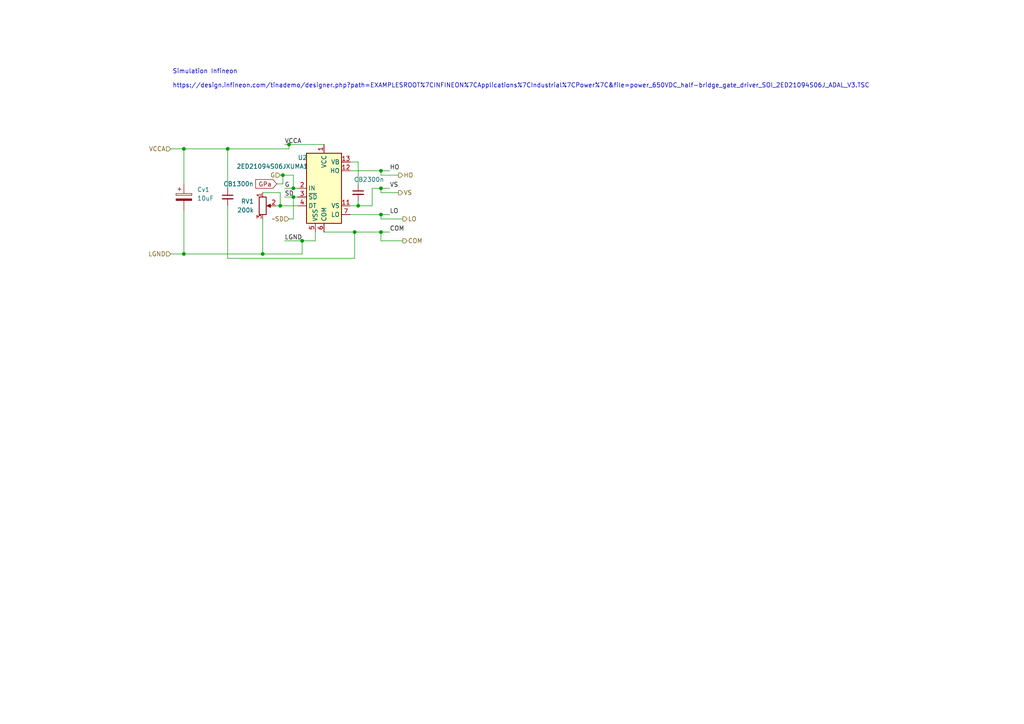
<source format=kicad_sch>
(kicad_sch (version 20211123) (generator eeschema)

  (uuid f2e25a2f-26ab-4a80-97f7-cc541a688707)

  (paper "A4")

  (title_block
    (title "Driver_board 3 phase inverter 6 Channel")
    (date "2022-09-01")
    (rev "2")
    (company "Designed By - Yawar Badri")
    (comment 3 "600V | 1200V | 600V")
  )

  (lib_symbols
    (symbol "Device:C_Polarized" (pin_numbers hide) (pin_names (offset 0.254)) (in_bom yes) (on_board yes)
      (property "Reference" "C" (id 0) (at 0.635 2.54 0)
        (effects (font (size 1.27 1.27)) (justify left))
      )
      (property "Value" "C_Polarized" (id 1) (at 0.635 -2.54 0)
        (effects (font (size 1.27 1.27)) (justify left))
      )
      (property "Footprint" "" (id 2) (at 0.9652 -3.81 0)
        (effects (font (size 1.27 1.27)) hide)
      )
      (property "Datasheet" "~" (id 3) (at 0 0 0)
        (effects (font (size 1.27 1.27)) hide)
      )
      (property "ki_keywords" "cap capacitor" (id 4) (at 0 0 0)
        (effects (font (size 1.27 1.27)) hide)
      )
      (property "ki_description" "Polarized capacitor" (id 5) (at 0 0 0)
        (effects (font (size 1.27 1.27)) hide)
      )
      (property "ki_fp_filters" "CP_*" (id 6) (at 0 0 0)
        (effects (font (size 1.27 1.27)) hide)
      )
      (symbol "C_Polarized_0_1"
        (rectangle (start -2.286 0.508) (end 2.286 1.016)
          (stroke (width 0) (type default) (color 0 0 0 0))
          (fill (type none))
        )
        (polyline
          (pts
            (xy -1.778 2.286)
            (xy -0.762 2.286)
          )
          (stroke (width 0) (type default) (color 0 0 0 0))
          (fill (type none))
        )
        (polyline
          (pts
            (xy -1.27 2.794)
            (xy -1.27 1.778)
          )
          (stroke (width 0) (type default) (color 0 0 0 0))
          (fill (type none))
        )
        (rectangle (start 2.286 -0.508) (end -2.286 -1.016)
          (stroke (width 0) (type default) (color 0 0 0 0))
          (fill (type outline))
        )
      )
      (symbol "C_Polarized_1_1"
        (pin passive line (at 0 3.81 270) (length 2.794)
          (name "~" (effects (font (size 1.27 1.27))))
          (number "1" (effects (font (size 1.27 1.27))))
        )
        (pin passive line (at 0 -3.81 90) (length 2.794)
          (name "~" (effects (font (size 1.27 1.27))))
          (number "2" (effects (font (size 1.27 1.27))))
        )
      )
    )
    (symbol "Device:C_Small" (pin_numbers hide) (pin_names (offset 0.254) hide) (in_bom yes) (on_board yes)
      (property "Reference" "C" (id 0) (at 0.254 1.778 0)
        (effects (font (size 1.27 1.27)) (justify left))
      )
      (property "Value" "C_Small" (id 1) (at 0.254 -2.032 0)
        (effects (font (size 1.27 1.27)) (justify left))
      )
      (property "Footprint" "" (id 2) (at 0 0 0)
        (effects (font (size 1.27 1.27)) hide)
      )
      (property "Datasheet" "~" (id 3) (at 0 0 0)
        (effects (font (size 1.27 1.27)) hide)
      )
      (property "ki_keywords" "capacitor cap" (id 4) (at 0 0 0)
        (effects (font (size 1.27 1.27)) hide)
      )
      (property "ki_description" "Unpolarized capacitor, small symbol" (id 5) (at 0 0 0)
        (effects (font (size 1.27 1.27)) hide)
      )
      (property "ki_fp_filters" "C_*" (id 6) (at 0 0 0)
        (effects (font (size 1.27 1.27)) hide)
      )
      (symbol "C_Small_0_1"
        (polyline
          (pts
            (xy -1.524 -0.508)
            (xy 1.524 -0.508)
          )
          (stroke (width 0.3302) (type default) (color 0 0 0 0))
          (fill (type none))
        )
        (polyline
          (pts
            (xy -1.524 0.508)
            (xy 1.524 0.508)
          )
          (stroke (width 0.3048) (type default) (color 0 0 0 0))
          (fill (type none))
        )
      )
      (symbol "C_Small_1_1"
        (pin passive line (at 0 2.54 270) (length 2.032)
          (name "~" (effects (font (size 1.27 1.27))))
          (number "1" (effects (font (size 1.27 1.27))))
        )
        (pin passive line (at 0 -2.54 90) (length 2.032)
          (name "~" (effects (font (size 1.27 1.27))))
          (number "2" (effects (font (size 1.27 1.27))))
        )
      )
    )
    (symbol "Device:R_Potentiometer" (pin_names (offset 1.016) hide) (in_bom yes) (on_board yes)
      (property "Reference" "RV" (id 0) (at -4.445 0 90)
        (effects (font (size 1.27 1.27)))
      )
      (property "Value" "R_Potentiometer" (id 1) (at -2.54 0 90)
        (effects (font (size 1.27 1.27)))
      )
      (property "Footprint" "" (id 2) (at 0 0 0)
        (effects (font (size 1.27 1.27)) hide)
      )
      (property "Datasheet" "~" (id 3) (at 0 0 0)
        (effects (font (size 1.27 1.27)) hide)
      )
      (property "ki_keywords" "resistor variable" (id 4) (at 0 0 0)
        (effects (font (size 1.27 1.27)) hide)
      )
      (property "ki_description" "Potentiometer" (id 5) (at 0 0 0)
        (effects (font (size 1.27 1.27)) hide)
      )
      (property "ki_fp_filters" "Potentiometer*" (id 6) (at 0 0 0)
        (effects (font (size 1.27 1.27)) hide)
      )
      (symbol "R_Potentiometer_0_1"
        (polyline
          (pts
            (xy 2.54 0)
            (xy 1.524 0)
          )
          (stroke (width 0) (type default) (color 0 0 0 0))
          (fill (type none))
        )
        (polyline
          (pts
            (xy 1.143 0)
            (xy 2.286 0.508)
            (xy 2.286 -0.508)
            (xy 1.143 0)
          )
          (stroke (width 0) (type default) (color 0 0 0 0))
          (fill (type outline))
        )
        (rectangle (start 1.016 2.54) (end -1.016 -2.54)
          (stroke (width 0.254) (type default) (color 0 0 0 0))
          (fill (type none))
        )
      )
      (symbol "R_Potentiometer_1_1"
        (pin passive line (at 0 3.81 270) (length 1.27)
          (name "1" (effects (font (size 1.27 1.27))))
          (number "1" (effects (font (size 1.27 1.27))))
        )
        (pin passive line (at 3.81 0 180) (length 1.27)
          (name "2" (effects (font (size 1.27 1.27))))
          (number "2" (effects (font (size 1.27 1.27))))
        )
        (pin passive line (at 0 -3.81 90) (length 1.27)
          (name "3" (effects (font (size 1.27 1.27))))
          (number "3" (effects (font (size 1.27 1.27))))
        )
      )
    )
    (symbol "Driver_FET:IR21094" (in_bom yes) (on_board yes)
      (property "Reference" "U" (id 0) (at 1.27 13.97 0)
        (effects (font (size 1.27 1.27)) (justify left))
      )
      (property "Value" "IR21094" (id 1) (at 1.27 11.43 0)
        (effects (font (size 1.27 1.27)) (justify left))
      )
      (property "Footprint" "" (id 2) (at 0 0 0)
        (effects (font (size 1.27 1.27) italic) hide)
      )
      (property "Datasheet" "https://www.infineon.com/dgdl/ir2109.pdf?fileId=5546d462533600a4015355c7e85b1679" (id 3) (at 0 0 0)
        (effects (font (size 1.27 1.27)) hide)
      )
      (property "ki_keywords" "Gate Driver" (id 4) (at 0 0 0)
        (effects (font (size 1.27 1.27)) hide)
      )
      (property "ki_description" "Half-Bridge Driver, 600V, 200/350mA, PDIP-14/SOIC-14" (id 5) (at 0 0 0)
        (effects (font (size 1.27 1.27)) hide)
      )
      (property "ki_fp_filters" "SOIC*3.9x8.7mm*P1.27mm* DIP*W7.62mm*" (id 6) (at 0 0 0)
        (effects (font (size 1.27 1.27)) hide)
      )
      (symbol "IR21094_0_1"
        (rectangle (start -5.08 -10.16) (end 5.08 10.16)
          (stroke (width 0.254) (type default) (color 0 0 0 0))
          (fill (type background))
        )
      )
      (symbol "IR21094_1_1"
        (pin power_in line (at 0 12.7 270) (length 2.54)
          (name "VCC" (effects (font (size 1.27 1.27))))
          (number "1" (effects (font (size 1.27 1.27))))
        )
        (pin no_connect line (at -5.08 2.54 0) (length 2.54) hide
          (name "NC" (effects (font (size 1.27 1.27))))
          (number "10" (effects (font (size 1.27 1.27))))
        )
        (pin passive line (at 7.62 -5.08 180) (length 2.54)
          (name "VS" (effects (font (size 1.27 1.27))))
          (number "11" (effects (font (size 1.27 1.27))))
        )
        (pin output line (at 7.62 5.08 180) (length 2.54)
          (name "HO" (effects (font (size 1.27 1.27))))
          (number "12" (effects (font (size 1.27 1.27))))
        )
        (pin passive line (at 7.62 7.62 180) (length 2.54)
          (name "VB" (effects (font (size 1.27 1.27))))
          (number "13" (effects (font (size 1.27 1.27))))
        )
        (pin no_connect line (at 5.08 2.54 180) (length 2.54) hide
          (name "NC" (effects (font (size 1.27 1.27))))
          (number "14" (effects (font (size 1.27 1.27))))
        )
        (pin input line (at -7.62 0 0) (length 2.54)
          (name "IN" (effects (font (size 1.27 1.27))))
          (number "2" (effects (font (size 1.27 1.27))))
        )
        (pin input line (at -7.62 -2.54 0) (length 2.54)
          (name "~{SD}" (effects (font (size 1.27 1.27))))
          (number "3" (effects (font (size 1.27 1.27))))
        )
        (pin input line (at -7.62 -5.08 0) (length 2.54)
          (name "DT" (effects (font (size 1.27 1.27))))
          (number "4" (effects (font (size 1.27 1.27))))
        )
        (pin power_in line (at -2.54 -12.7 90) (length 2.54)
          (name "VSS" (effects (font (size 1.27 1.27))))
          (number "5" (effects (font (size 1.27 1.27))))
        )
        (pin power_in line (at 0 -12.7 90) (length 2.54)
          (name "COM" (effects (font (size 1.27 1.27))))
          (number "6" (effects (font (size 1.27 1.27))))
        )
        (pin output line (at 7.62 -7.62 180) (length 2.54)
          (name "LO" (effects (font (size 1.27 1.27))))
          (number "7" (effects (font (size 1.27 1.27))))
        )
        (pin no_connect line (at -5.08 7.62 0) (length 2.54) hide
          (name "NC" (effects (font (size 1.27 1.27))))
          (number "8" (effects (font (size 1.27 1.27))))
        )
        (pin no_connect line (at -5.08 5.08 0) (length 2.54) hide
          (name "NC" (effects (font (size 1.27 1.27))))
          (number "9" (effects (font (size 1.27 1.27))))
        )
      )
    )
  )

  (junction (at 53.34 73.66) (diameter 0) (color 0 0 0 0)
    (uuid 13ad0646-6752-498d-8217-3e9d7ea8abc5)
  )
  (junction (at 81.28 59.69) (diameter 0) (color 0 0 0 0)
    (uuid 1ad11571-1100-4b9d-90f8-8e8fd499f955)
  )
  (junction (at 103.886 59.69) (diameter 0) (color 0 0 0 0)
    (uuid 2fff460b-46ca-4517-8ba4-184fc49d9675)
  )
  (junction (at 110.49 54.61) (diameter 0) (color 0 0 0 0)
    (uuid 352dba98-21a1-44ca-8543-42ee45c28af9)
  )
  (junction (at 110.49 49.53) (diameter 0) (color 0 0 0 0)
    (uuid 36053f93-f0ea-4fdb-943a-99c5fa977e0f)
  )
  (junction (at 83.82 41.91) (diameter 0) (color 0 0 0 0)
    (uuid 4f6ac24b-3c9c-4ea8-9754-c883b853c3a4)
  )
  (junction (at 85.09 54.61) (diameter 0) (color 0 0 0 0)
    (uuid 7d35ed4e-9b4f-4e13-9c2d-fa6bbb6b0e56)
  )
  (junction (at 76.2 73.66) (diameter 0) (color 0 0 0 0)
    (uuid 997399fd-295e-45f7-b355-4cbad21dc3a8)
  )
  (junction (at 110.49 67.31) (diameter 0) (color 0 0 0 0)
    (uuid a2623c01-0ba0-4cc9-b154-b24b8c9b1cb8)
  )
  (junction (at 53.34 43.18) (diameter 0) (color 0 0 0 0)
    (uuid aed428b2-c571-4bf2-b4cc-f91c49e9847a)
  )
  (junction (at 82.042 50.8) (diameter 0) (color 0 0 0 0)
    (uuid b83c0b65-9035-44f4-9939-bf63baaf6b52)
  )
  (junction (at 102.87 67.31) (diameter 0) (color 0 0 0 0)
    (uuid b9d56d2c-61a5-45f7-8335-a234be5cd865)
  )
  (junction (at 87.63 69.85) (diameter 0) (color 0 0 0 0)
    (uuid c4dc5d82-b8ec-4a86-826f-a76429195f5d)
  )
  (junction (at 110.49 62.23) (diameter 0) (color 0 0 0 0)
    (uuid d67adf12-b566-4ec0-9f6f-99b8a0886159)
  )
  (junction (at 85.09 57.15) (diameter 0) (color 0 0 0 0)
    (uuid ddb5dbcb-5090-4c5e-b5b6-a84e342a4255)
  )
  (junction (at 66.04 43.18) (diameter 0) (color 0 0 0 0)
    (uuid f6e307df-dda4-4d95-be58-8037c949508a)
  )

  (wire (pts (xy 83.82 63.5) (xy 85.09 63.5))
    (stroke (width 0) (type default) (color 0 0 0 0))
    (uuid 00a2b517-a8ec-4ec7-ad9e-e094955e6d40)
  )
  (wire (pts (xy 66.04 74.93) (xy 102.87 74.93))
    (stroke (width 0) (type default) (color 0 0 0 0))
    (uuid 047a3c94-8ee0-4ad2-a891-ef506d026edd)
  )
  (wire (pts (xy 87.63 73.66) (xy 87.63 69.85))
    (stroke (width 0) (type default) (color 0 0 0 0))
    (uuid 05d6e0ba-7e92-438e-a226-d3ea49f635b1)
  )
  (wire (pts (xy 110.49 63.5) (xy 110.49 62.23))
    (stroke (width 0) (type default) (color 0 0 0 0))
    (uuid 090e0038-be81-48e1-b8ce-d30b1d849003)
  )
  (wire (pts (xy 103.886 46.99) (xy 103.886 53.34))
    (stroke (width 0) (type default) (color 0 0 0 0))
    (uuid 09a32a2d-0782-4088-a13b-40c7310c7aa7)
  )
  (wire (pts (xy 85.09 63.5) (xy 85.09 57.15))
    (stroke (width 0) (type default) (color 0 0 0 0))
    (uuid 10a58d08-a5b7-4fcc-99d3-f1d148c66961)
  )
  (wire (pts (xy 102.87 67.31) (xy 110.49 67.31))
    (stroke (width 0) (type default) (color 0 0 0 0))
    (uuid 13109852-4976-4338-b08a-1bac8944fbac)
  )
  (wire (pts (xy 49.53 73.66) (xy 53.34 73.66))
    (stroke (width 0) (type default) (color 0 0 0 0))
    (uuid 192c8f92-6917-48e5-b001-d3c5eafe2bb9)
  )
  (wire (pts (xy 53.34 43.18) (xy 66.04 43.18))
    (stroke (width 0) (type default) (color 0 0 0 0))
    (uuid 1a5b8e2b-52f5-4b7f-94fd-53b8f7b67fcc)
  )
  (wire (pts (xy 101.6 46.99) (xy 103.886 46.99))
    (stroke (width 0) (type default) (color 0 0 0 0))
    (uuid 1d6f32a7-ddf3-45d0-a521-3fad494055ca)
  )
  (wire (pts (xy 116.84 63.5) (xy 110.49 63.5))
    (stroke (width 0) (type default) (color 0 0 0 0))
    (uuid 1da520b3-fcee-469a-8cad-a9e17863f198)
  )
  (wire (pts (xy 110.49 50.8) (xy 110.49 49.53))
    (stroke (width 0) (type default) (color 0 0 0 0))
    (uuid 1eb0e32a-b4e4-45a5-9ee2-1343e8150f2a)
  )
  (wire (pts (xy 116.84 69.85) (xy 110.49 69.85))
    (stroke (width 0) (type default) (color 0 0 0 0))
    (uuid 21785d01-7b85-4f60-8638-d0fc249190d9)
  )
  (wire (pts (xy 115.57 50.8) (xy 110.49 50.8))
    (stroke (width 0) (type default) (color 0 0 0 0))
    (uuid 2c5b27e7-5770-4a6f-bf1c-e1d4108e80bf)
  )
  (wire (pts (xy 53.34 53.34) (xy 53.34 43.18))
    (stroke (width 0) (type default) (color 0 0 0 0))
    (uuid 2f4ff540-4e53-4fa2-96ca-149e938ebf89)
  )
  (wire (pts (xy 66.04 59.69) (xy 66.04 74.93))
    (stroke (width 0) (type default) (color 0 0 0 0))
    (uuid 319252bc-4c48-4462-bc9c-dccaf9f61817)
  )
  (wire (pts (xy 110.49 54.61) (xy 113.03 54.61))
    (stroke (width 0) (type default) (color 0 0 0 0))
    (uuid 33b80eca-0ff9-43d6-b375-4ffaa4b5cc62)
  )
  (wire (pts (xy 80.01 59.69) (xy 81.28 59.69))
    (stroke (width 0) (type default) (color 0 0 0 0))
    (uuid 38b007e2-bb08-4855-8a46-9aab780faa52)
  )
  (wire (pts (xy 53.34 73.66) (xy 76.2 73.66))
    (stroke (width 0) (type default) (color 0 0 0 0))
    (uuid 3ce5066d-1e59-4c1a-86f9-919336f87d7f)
  )
  (wire (pts (xy 81.28 50.8) (xy 82.042 50.8))
    (stroke (width 0) (type default) (color 0 0 0 0))
    (uuid 4e000f0d-4721-48f7-8539-a24b8503aee9)
  )
  (wire (pts (xy 83.82 43.18) (xy 83.82 41.91))
    (stroke (width 0) (type default) (color 0 0 0 0))
    (uuid 4f3fc351-a2e5-4e9a-a032-4d8b5282d657)
  )
  (wire (pts (xy 82.042 53.34) (xy 82.042 50.8))
    (stroke (width 0) (type default) (color 0 0 0 0))
    (uuid 52b7a00f-cb87-403c-b62f-10114bf273fa)
  )
  (wire (pts (xy 85.09 54.61) (xy 86.36 54.61))
    (stroke (width 0) (type default) (color 0 0 0 0))
    (uuid 5307530a-9800-463b-8cec-0cc697c5f06a)
  )
  (wire (pts (xy 103.886 59.69) (xy 107.95 59.69))
    (stroke (width 0) (type default) (color 0 0 0 0))
    (uuid 537343b3-e81d-40f5-9597-c2d31637083d)
  )
  (wire (pts (xy 93.98 67.31) (xy 102.87 67.31))
    (stroke (width 0) (type default) (color 0 0 0 0))
    (uuid 5df3e23a-bf25-4ee1-8199-7d30996eecaf)
  )
  (wire (pts (xy 76.2 63.5) (xy 76.2 73.66))
    (stroke (width 0) (type default) (color 0 0 0 0))
    (uuid 62cc65bd-1ded-4338-92e2-445dde5a81c7)
  )
  (wire (pts (xy 87.63 69.85) (xy 91.44 69.85))
    (stroke (width 0) (type default) (color 0 0 0 0))
    (uuid 7728e0c0-7d79-4125-a90e-18fac883d57c)
  )
  (wire (pts (xy 85.09 57.15) (xy 82.55 57.15))
    (stroke (width 0) (type default) (color 0 0 0 0))
    (uuid 7847a0c0-802b-40db-8cbb-ce9858ae1430)
  )
  (wire (pts (xy 80.264 53.34) (xy 82.042 53.34))
    (stroke (width 0) (type default) (color 0 0 0 0))
    (uuid 7a5ac266-f448-470f-a33f-70cf47e41242)
  )
  (wire (pts (xy 66.04 43.18) (xy 83.82 43.18))
    (stroke (width 0) (type default) (color 0 0 0 0))
    (uuid 82820871-b925-43a4-a4f1-25daaaddfc60)
  )
  (wire (pts (xy 82.55 69.85) (xy 87.63 69.85))
    (stroke (width 0) (type default) (color 0 0 0 0))
    (uuid 850c5a54-03fb-4815-b22a-042d53bbd5b3)
  )
  (wire (pts (xy 110.49 55.88) (xy 110.49 54.61))
    (stroke (width 0) (type default) (color 0 0 0 0))
    (uuid 8ca294bd-ad97-4422-b9c2-a661437d4afc)
  )
  (wire (pts (xy 110.49 69.85) (xy 110.49 67.31))
    (stroke (width 0) (type default) (color 0 0 0 0))
    (uuid 91f792eb-0547-45e0-9535-69791f0227d9)
  )
  (wire (pts (xy 91.44 67.31) (xy 91.44 69.85))
    (stroke (width 0) (type default) (color 0 0 0 0))
    (uuid 96455191-f411-4b68-b98b-9ce64e1716cf)
  )
  (wire (pts (xy 86.36 57.15) (xy 85.09 57.15))
    (stroke (width 0) (type default) (color 0 0 0 0))
    (uuid 993f1204-acd8-427c-91c0-4d5573b1a10c)
  )
  (wire (pts (xy 81.28 55.88) (xy 81.28 59.69))
    (stroke (width 0) (type default) (color 0 0 0 0))
    (uuid 9b67eaf0-5e6d-4518-8933-700e16dc170c)
  )
  (wire (pts (xy 110.49 62.23) (xy 113.03 62.23))
    (stroke (width 0) (type default) (color 0 0 0 0))
    (uuid a37f2ebe-87ee-4a71-ae75-07325a8a3525)
  )
  (wire (pts (xy 110.49 67.31) (xy 113.03 67.31))
    (stroke (width 0) (type default) (color 0 0 0 0))
    (uuid a46bee34-591e-4d0f-9e12-0a85b31c884b)
  )
  (wire (pts (xy 83.82 41.91) (xy 93.98 41.91))
    (stroke (width 0) (type default) (color 0 0 0 0))
    (uuid b29a1691-569c-43b1-be20-2b717ec4dd4f)
  )
  (wire (pts (xy 107.95 59.69) (xy 107.95 54.61))
    (stroke (width 0) (type default) (color 0 0 0 0))
    (uuid b5828fc9-fff8-4e25-8bfd-606faaba665f)
  )
  (wire (pts (xy 66.04 54.61) (xy 66.04 43.18))
    (stroke (width 0) (type default) (color 0 0 0 0))
    (uuid b77f7bd6-931f-42b7-92b3-ded0bed740b9)
  )
  (wire (pts (xy 101.6 59.69) (xy 103.886 59.69))
    (stroke (width 0) (type default) (color 0 0 0 0))
    (uuid bb8908af-c1a9-4cd6-a5c7-939d89537f6b)
  )
  (wire (pts (xy 49.53 43.18) (xy 53.34 43.18))
    (stroke (width 0) (type default) (color 0 0 0 0))
    (uuid ca35189e-7f62-41fd-b7a8-bdc16f291640)
  )
  (wire (pts (xy 115.57 55.88) (xy 110.49 55.88))
    (stroke (width 0) (type default) (color 0 0 0 0))
    (uuid cb74d270-0e65-4feb-b249-6e6979ca2a2f)
  )
  (wire (pts (xy 82.55 54.61) (xy 85.09 54.61))
    (stroke (width 0) (type default) (color 0 0 0 0))
    (uuid cb9daacc-cdf2-46a3-8880-e75e0332dc7b)
  )
  (wire (pts (xy 107.95 54.61) (xy 110.49 54.61))
    (stroke (width 0) (type default) (color 0 0 0 0))
    (uuid d9aba136-62bf-494c-8eb6-74d3a2e6bf75)
  )
  (wire (pts (xy 53.34 60.96) (xy 53.34 73.66))
    (stroke (width 0) (type default) (color 0 0 0 0))
    (uuid e00a7755-1339-4d0e-aa98-d26c0bbf690b)
  )
  (wire (pts (xy 76.2 55.88) (xy 81.28 55.88))
    (stroke (width 0) (type default) (color 0 0 0 0))
    (uuid e3414ca8-5f45-43d5-82ef-a5a75a6ecd8e)
  )
  (wire (pts (xy 81.28 59.69) (xy 86.36 59.69))
    (stroke (width 0) (type default) (color 0 0 0 0))
    (uuid e38b45b2-6f46-4b92-89bf-fc86b6a1ad18)
  )
  (wire (pts (xy 82.55 41.91) (xy 83.82 41.91))
    (stroke (width 0) (type default) (color 0 0 0 0))
    (uuid e3e2e4d7-1bdd-43b4-8f7c-65635039b2be)
  )
  (wire (pts (xy 102.87 74.93) (xy 102.87 67.31))
    (stroke (width 0) (type default) (color 0 0 0 0))
    (uuid e502d5d2-0416-4e48-a1cf-c60e27baf7b4)
  )
  (wire (pts (xy 85.09 50.8) (xy 85.09 54.61))
    (stroke (width 0) (type default) (color 0 0 0 0))
    (uuid f2874e5e-4499-4115-bf64-2030dabca0c8)
  )
  (wire (pts (xy 82.042 50.8) (xy 85.09 50.8))
    (stroke (width 0) (type default) (color 0 0 0 0))
    (uuid f3809b97-e1da-4ef0-9637-e31738157da5)
  )
  (wire (pts (xy 103.886 58.42) (xy 103.886 59.69))
    (stroke (width 0) (type default) (color 0 0 0 0))
    (uuid f5aecf47-78cb-4e05-8696-d3fccac6f6b3)
  )
  (wire (pts (xy 101.6 62.23) (xy 110.49 62.23))
    (stroke (width 0) (type default) (color 0 0 0 0))
    (uuid f7e8541c-ab90-4c31-988e-e831c563a529)
  )
  (wire (pts (xy 76.2 73.66) (xy 87.63 73.66))
    (stroke (width 0) (type default) (color 0 0 0 0))
    (uuid fad45f37-f352-402d-975a-b3654b65bcde)
  )
  (wire (pts (xy 110.49 49.53) (xy 113.03 49.53))
    (stroke (width 0) (type default) (color 0 0 0 0))
    (uuid fcc4840a-9cb4-4d34-8341-d678a3a1cfaa)
  )
  (wire (pts (xy 101.6 49.53) (xy 110.49 49.53))
    (stroke (width 0) (type default) (color 0 0 0 0))
    (uuid fd9f55c9-5341-4698-a186-9f1f9857fbac)
  )

  (text "Simulation Infineon\n\nhttps://design.infineon.com/tinademo/designer.php?path=EXAMPLESROOT%7CINFINEON%7CApplications%7CIndustrial%7CPower%7C&file=power_650VDC_half-bridge_gate_driver_SOI_2ED21094S06J_ADAL_V3.TSC"
    (at 50.038 25.654 0)
    (effects (font (size 1.27 1.27)) (justify left bottom))
    (uuid a7238158-65ba-455c-8135-52c51fb0ba0f)
  )

  (label "SD" (at 82.55 57.15 0)
    (effects (font (size 1.27 1.27)) (justify left bottom))
    (uuid 6e6b4546-91cd-46f1-aadb-8a5dcf1a5504)
  )
  (label "VCCA" (at 82.55 41.91 0)
    (effects (font (size 1.27 1.27)) (justify left bottom))
    (uuid 8040e6cc-3a1f-4920-a27b-ec8d9f200df7)
  )
  (label "COM" (at 113.03 67.31 0)
    (effects (font (size 1.27 1.27)) (justify left bottom))
    (uuid 889f65ce-5c5b-4b07-abff-c0ebe7463fb9)
  )
  (label "LO" (at 113.03 62.23 0)
    (effects (font (size 1.27 1.27)) (justify left bottom))
    (uuid aa786a45-6caa-414a-ad80-8f5b4928652f)
  )
  (label "HO" (at 113.03 49.53 0)
    (effects (font (size 1.27 1.27)) (justify left bottom))
    (uuid c6099708-ad18-4ca0-8362-0511d6cf6394)
  )
  (label "LGND" (at 82.55 69.85 0)
    (effects (font (size 1.27 1.27)) (justify left bottom))
    (uuid f4522eb5-1274-4565-af85-702ae87884ee)
  )
  (label "G" (at 82.55 54.61 0)
    (effects (font (size 1.27 1.27)) (justify left bottom))
    (uuid f4c99ecf-5d00-4a0a-b22e-fe23b4653277)
  )
  (label "VS" (at 113.03 54.61 0)
    (effects (font (size 1.27 1.27)) (justify left bottom))
    (uuid ff80cb9c-8edf-4865-a8c9-f6eb5a41c382)
  )

  (global_label "GPa" (shape input) (at 80.264 53.34 180) (fields_autoplaced)
    (effects (font (size 1.27 1.27)) (justify right))
    (uuid 3ee30c36-b333-4c44-9577-8c8f69acc917)
    (property "Intersheet References" "${INTERSHEET_REFS}" (id 0) (at 74.1619 53.2606 0)
      (effects (font (size 1.27 1.27)) (justify right) hide)
    )
  )

  (hierarchical_label "VCCA" (shape input) (at 49.53 43.18 180)
    (effects (font (size 1.27 1.27)) (justify right))
    (uuid 258d5a55-de16-4c31-9102-8eb4678be1b7)
  )
  (hierarchical_label "COM" (shape output) (at 116.84 69.85 0)
    (effects (font (size 1.27 1.27)) (justify left))
    (uuid 47911742-c092-416b-a1b8-d6a6e2de647e)
  )
  (hierarchical_label "HO" (shape output) (at 115.57 50.8 0)
    (effects (font (size 1.27 1.27)) (justify left))
    (uuid 796cd76b-bab0-4bf5-967a-a7a3ee7c7f4d)
  )
  (hierarchical_label "LO" (shape output) (at 116.84 63.5 0)
    (effects (font (size 1.27 1.27)) (justify left))
    (uuid 91f053f1-6d6d-4b46-98fb-23a068488325)
  )
  (hierarchical_label "~SD" (shape input) (at 83.82 63.5 180)
    (effects (font (size 1.27 1.27)) (justify right))
    (uuid 93ed370a-3fb6-43f3-a785-1461db0f7c8a)
  )
  (hierarchical_label "G" (shape input) (at 81.28 50.8 180)
    (effects (font (size 1.27 1.27)) (justify right))
    (uuid a01b6225-5657-452f-8ede-10676b9fe61c)
  )
  (hierarchical_label "LGND" (shape input) (at 49.53 73.66 180)
    (effects (font (size 1.27 1.27)) (justify right))
    (uuid c32ed7d1-f738-40eb-98b6-2dd5e9dafe10)
  )
  (hierarchical_label "VS" (shape output) (at 115.57 55.88 0)
    (effects (font (size 1.27 1.27)) (justify left))
    (uuid d9c45d8e-c9ab-4e97-b22e-5ed5a752ce7b)
  )

  (symbol (lib_id "Device:C_Small") (at 103.886 55.88 0) (unit 1)
    (in_bom yes) (on_board yes)
    (uuid 516b1113-e3d2-4e69-b67d-c7a3554fec00)
    (property "Reference" "CB2" (id 0) (at 102.616 52.07 0)
      (effects (font (size 1.27 1.27)) (justify left))
    )
    (property "Value" "300n" (id 1) (at 106.426 52.07 0)
      (effects (font (size 1.27 1.27)) (justify left))
    )
    (property "Footprint" "Capacitor_THT:C_Axial_L3.8mm_D2.6mm_P7.50mm_Horizontal" (id 2) (at 103.886 55.88 0)
      (effects (font (size 1.27 1.27)) hide)
    )
    (property "Datasheet" "~" (id 3) (at 103.886 55.88 0)
      (effects (font (size 1.27 1.27)) hide)
    )
    (pin "1" (uuid bb4e39d3-5d5e-4a7b-b879-5dc13a05510a))
    (pin "2" (uuid 70eb0311-6a88-41ff-bece-5f0fdea95c8b))
  )

  (symbol (lib_id "Device:C_Polarized") (at 53.34 57.15 0) (unit 1)
    (in_bom yes) (on_board yes) (fields_autoplaced)
    (uuid 5f2c63be-e8fd-436d-822b-6fb0312dfa44)
    (property "Reference" "Cv1" (id 0) (at 57.15 54.9909 0)
      (effects (font (size 1.27 1.27)) (justify left))
    )
    (property "Value" "10uF" (id 1) (at 57.15 57.5309 0)
      (effects (font (size 1.27 1.27)) (justify left))
    )
    (property "Footprint" "Capacitor_THT:CP_Radial_D8.0mm_P2.50mm" (id 2) (at 54.3052 60.96 0)
      (effects (font (size 1.27 1.27)) hide)
    )
    (property "Datasheet" "~" (id 3) (at 53.34 57.15 0)
      (effects (font (size 1.27 1.27)) hide)
    )
    (property "Link" "https://www.tanotis.com/products/multicomp-1n4746a-zener-diode-1w-18v-do-41" (id 4) (at 53.34 57.15 0)
      (effects (font (size 1.27 1.27)) hide)
    )
    (property "P ID" "1N4746A" (id 5) (at 53.34 57.15 0)
      (effects (font (size 1.27 1.27)) hide)
    )
    (property "Tanotis" "₹ https://www.tanotis.com/products/multicomp-1n4746a-zener-diode-1w-18v-do-41" (id 6) (at 53.34 57.15 0)
      (effects (font (size 1.27 1.27)) hide)
    )
    (pin "1" (uuid 2b95c9fe-625b-4a1f-86c4-43e60cdcbbed))
    (pin "2" (uuid 8707856a-e069-4a4f-964e-2ac0962f4f0a))
  )

  (symbol (lib_id "Device:C_Small") (at 66.04 57.15 0) (unit 1)
    (in_bom yes) (on_board yes)
    (uuid d6599d0b-5a9d-420b-9265-ab0a17e9d0c1)
    (property "Reference" "CB1" (id 0) (at 64.77 53.34 0)
      (effects (font (size 1.27 1.27)) (justify left))
    )
    (property "Value" "300n" (id 1) (at 68.58 53.34 0)
      (effects (font (size 1.27 1.27)) (justify left))
    )
    (property "Footprint" "Capacitor_THT:C_Axial_L3.8mm_D2.6mm_P7.50mm_Horizontal" (id 2) (at 66.04 57.15 0)
      (effects (font (size 1.27 1.27)) hide)
    )
    (property "Datasheet" "~" (id 3) (at 66.04 57.15 0)
      (effects (font (size 1.27 1.27)) hide)
    )
    (pin "1" (uuid 2cb0cc19-206c-407a-98e9-16b071f59c05))
    (pin "2" (uuid 20511b4a-7e6b-4bcb-be77-57ab9835337a))
  )

  (symbol (lib_id "Device:R_Potentiometer") (at 76.2 59.69 0) (unit 1)
    (in_bom yes) (on_board yes) (fields_autoplaced)
    (uuid ec7c76fb-35a2-49b2-87a4-16ed9c54cb79)
    (property "Reference" "RV1" (id 0) (at 73.66 58.4199 0)
      (effects (font (size 1.27 1.27)) (justify right))
    )
    (property "Value" "200k" (id 1) (at 73.66 60.9599 0)
      (effects (font (size 1.27 1.27)) (justify right))
    )
    (property "Footprint" "Potentiometer_THT:Potentiometer_Bourns_3296W_Vertical" (id 2) (at 76.2 59.69 0)
      (effects (font (size 1.27 1.27)) hide)
    )
    (property "Datasheet" "~" (id 3) (at 76.2 59.69 0)
      (effects (font (size 1.27 1.27)) hide)
    )
    (pin "1" (uuid 4e948c1f-b5ce-40e7-b27c-4cf4c2342dfc))
    (pin "2" (uuid 703e6bcb-cb10-4a3b-ac85-69b436f61de2))
    (pin "3" (uuid 8a259341-1424-4472-b105-444d9885c43e))
  )

  (symbol (lib_id "Driver_FET:IR21094") (at 93.98 54.61 0) (unit 1)
    (in_bom yes) (on_board yes)
    (uuid f6dcfb5a-bc45-407c-8a24-be4222c1e5e8)
    (property "Reference" "U2" (id 0) (at 86.36 45.72 0)
      (effects (font (size 1.27 1.27)) (justify left))
    )
    (property "Value" "2ED21094S06JXUMA1" (id 1) (at 68.58 48.26 0)
      (effects (font (size 1.27 1.27)) (justify left))
    )
    (property "Footprint" "Package_SO:SOIC-14_3.9x8.7mm_P1.27mm" (id 2) (at 93.98 54.61 0)
      (effects (font (size 1.27 1.27) italic) hide)
    )
    (property "Datasheet" "https://www.infineon.com/dgdl/Infineon-2ED2109-4-S06F-J-DataSheet-v02_31-EN.pdf?fileId=5546d4626cb27db2016cb8d7493e29eb" (id 3) (at 93.98 54.61 0)
      (effects (font (size 1.27 1.27)) hide)
    )
    (property "LCSC part No." "C537551" (id 4) (at 93.98 54.61 0)
      (effects (font (size 1.27 1.27)) hide)
    )
    (property "Digikey" "https://www.digikey.in/en/products/detail/infineon-technologies/2ED21094S06JXUMA1/10822763?mfg=448" (id 5) (at 93.98 54.61 0)
      (effects (font (size 1.27 1.27)) hide)
    )
    (property "Cost" "250 INR" (id 6) (at 93.98 54.61 0)
      (effects (font (size 1.27 1.27)) hide)
    )
    (property "Tanotis" "https://www.tanotis.com/products/infineon-2ed21094s06jxuma1-gate-driver-1-channels-half-bridge-igbt-mosfet-14-pins-soic-non-inverting" (id 7) (at 93.98 54.61 0)
      (effects (font (size 1.27 1.27)) hide)
    )
    (pin "1" (uuid b069a59d-78d9-4cfd-880f-9697448ce23e))
    (pin "10" (uuid 5fb718ee-a7ed-4b57-b3ef-0dcd399d5298))
    (pin "11" (uuid fb7f987b-4419-4fdf-9da6-fba7375bf63b))
    (pin "12" (uuid 02f621ce-5e52-43c9-b9f8-601f6eea707a))
    (pin "13" (uuid 2576543c-e7a5-4aae-a17f-80828040c25a))
    (pin "14" (uuid 06b4e0f6-75a5-4e95-bb1a-70267560ca2b))
    (pin "2" (uuid aaa8d7e5-cbda-48ff-b159-69fa8f401e32))
    (pin "3" (uuid 2ebd5731-378f-4966-9ba9-02826fd86b47))
    (pin "4" (uuid 37cb822f-dd94-40a6-8119-1bfcea0ca95f))
    (pin "5" (uuid f658fb73-0bab-4315-8c21-34f20d6934cb))
    (pin "6" (uuid 88fdf0a9-542f-4e0d-a958-16794fdf230a))
    (pin "7" (uuid 5acfc477-b4e7-47b4-b3ed-0a26e23719b8))
    (pin "8" (uuid 4134dfac-a6b8-426f-89ab-9e8f7c473612))
    (pin "9" (uuid 948b0796-23fe-4ec6-98aa-2e02bb8d46ee))
  )
)

</source>
